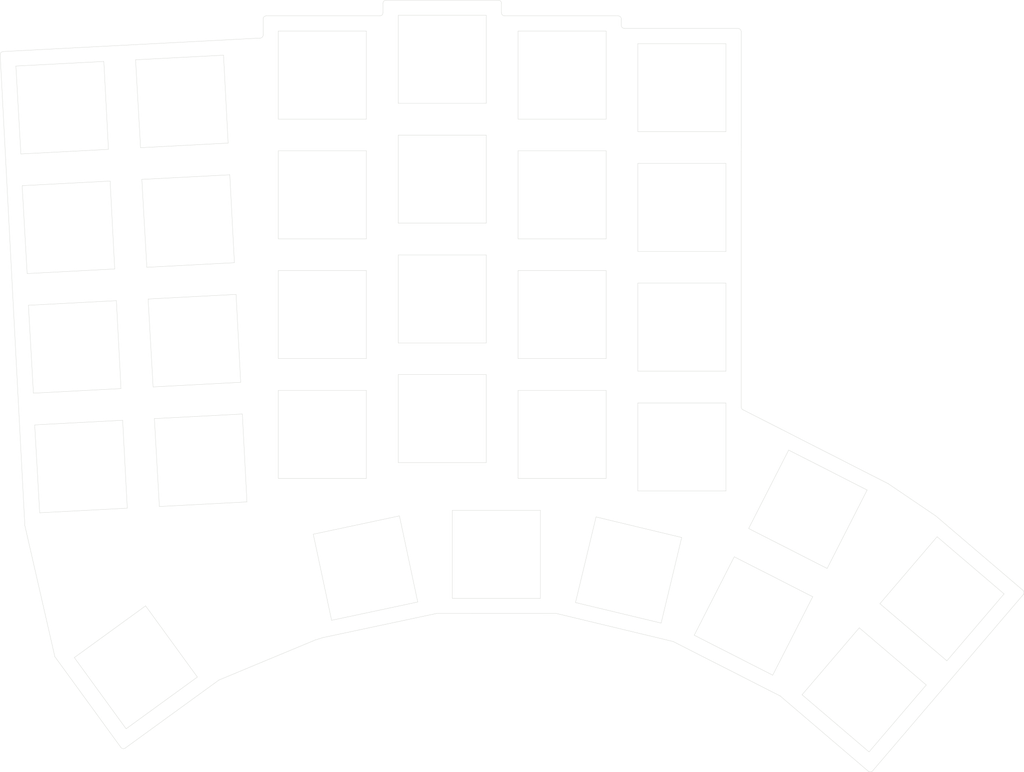
<source format=kicad_pcb>
(kicad_pcb (version 20211014) (generator pcbnew)
  (layers (0 "F.Cu" signal) (31 "B.Cu" signal) (34 "B.Paste" user) (35 "F.Paste" user) (36 "B.SilkS" user "B.Silkscreen") (37 "F.SilkS" user "F.Silkscreen") (38 "B.Mask" user) (39 "F.Mask" user) (44 "Edge.Cuts" user))
  (net 0 "")
  (footprint "used_footprints:M2_HOLE_PCB" (layer "F.Cu") (at 186.143412 123.632428 -13.5)
    (fp_text reference "HM14" hide)
    (fp_text value "CaseHole" hide)
    (pad "" np_thru_hole circle (at 0 0 346.5) (size 2.2 2.2) (drill 2.2) (layers *.Cu *.Mask))
  )
  (footprint "used_footprints:M2_HOLE_PCB" (layer "F.Cu") (at 163.773394 118.282406)
    (fp_text reference "HM4" hide)
    (fp_text value "CaseHole" hide)
    (pad "" np_thru_hole circle (at 0 0) (size 2.2 2.2) (drill 2.2) (layers *.Cu *.Mask))
  )
  (footprint "used_footprints:M2_HOLE_PCB" (layer "F.Cu") (at 93.216535 62.398222 3)
    (fp_text reference "HM8" hide)
    (fp_text value "CaseHole" hide)
    (pad "" np_thru_hole circle locked (at 0 0 3) (size 2.2 2.2) (drill 2.2) (layers *.Cu *.Mask))
  )
  (footprint "used_footprints:M2_HOLE_PCB" (layer "F.Cu") (at 94.241165 82.449868 3)
    (fp_text reference "HM8" hide)
    (fp_text value "CaseHole" hide)
    (pad "" np_thru_hole circle locked (at 0 0 3) (size 2.2 2.2) (drill 2.2) (layers *.Cu *.Mask))
  )
  (footprint "used_footprints:M2_HOLE_PCB" (layer "F.Cu") (at 97.089175 130.090961 3)
    (fp_text reference "HM6" hide)
    (fp_text value "CaseHole" hide)
    (pad "" np_thru_hole circle locked (at 0 0 3) (size 2.2 2.2) (drill 2.2) (layers *.Cu *.Mask))
  )
  (footprint "used_footprints:M2_HOLE_PCB" (layer "F.Cu") (at 141.00339 118.202402 -6)
    (fp_text reference "HM13" hide)
    (fp_text value "CaseHole" hide)
    (pad "" np_thru_hole circle locked (at 0 0 354) (size 2.2 2.2) (drill 2.2) (layers *.Cu *.Mask))
  )
  (footprint "used_footprints:M2_HOLE_PCB" (layer "F.Cu") (at 173.274332 59.696391 3)
    (fp_text reference "HM8" hide)
    (fp_text value "CaseHole" hide)
    (pad "" np_thru_hole circle locked (at 0 0 3) (size 2.2 2.2) (drill 2.2) (layers *.Cu *.Mask))
  )
  (footprint "used_footprints:M2_HOLE_PCB" (layer "F.Cu") (at 133.13433 57.696391 3)
    (fp_text reference "HM8" hide)
    (fp_text value "CaseHole" hide)
    (pad "" np_thru_hole circle locked (at 0 0 3) (size 2.2 2.2) (drill 2.2) (layers *.Cu *.Mask))
  )
  (footprint "used_footprints:M2_HOLE_PCB" (layer "F.Cu") (at 206.649858 134.05448 4.5)
    (fp_text reference "HM3" hide)
    (fp_text value "CaseHole" hide)
    (pad "" np_thru_hole circle (at 0 0 4.5) (size 2.2 2.2) (drill 2.2) (layers *.Cu *.Mask))
  )
  (footprint "used_footprints:M2_HOLE_PCB" (layer "F.Cu") (at 172.901491 79.783481 3)
    (fp_text reference "HM8" hide)
    (fp_text value "CaseHole" hide)
    (pad "" np_thru_hole circle locked (at 0 0 3) (size 2.2 2.2) (drill 2.2) (layers *.Cu *.Mask))
  )
  (footprint "used_footprints:M2_HOLE_PCB" (layer "F.Cu") (at 95.238136 101.473769 3)
    (fp_text reference "HM6" hide)
    (fp_text value "CaseHole" hide)
    (pad "" np_thru_hole circle locked (at 0 0 3) (size 2.2 2.2) (drill 2.2) (layers *.Cu *.Mask))
  )
  (footprint "used_footprints:M2_HOLE_PCB" (layer "F.Cu") (at 134.771499 75.273498 3)
    (fp_text reference "HM8" hide)
    (fp_text value "CaseHole" hide)
    (pad "" np_thru_hole circle locked (at 0 0 3) (size 2.2 2.2) (drill 2.2) (layers *.Cu *.Mask))
  )
  (gr_line (start 97.712255 98.793803) (end 96.918505 84.81299) (layer "Edge.Cuts") (width 0.05))
  (gr_line (start 190.682658 41.780949) (end 172.632664 41.780952) (layer "Edge.Cuts") (width 0.05))
  (gr_line (start 150.668724 53.695008) (end 136.668724 53.695008) (layer "Edge.Cuts") (width 0.05))
  (gr_line (start 90.61413 61.010297) (end 76.694364 61.743) (layer "Edge.Cuts") (width 0.05))
  (gr_line (start 77.32564 120.837949) (end 77.731123 122.606126) (layer "Edge.Cuts") (width 0.05))
  (gr_arc (start 153.582671 39.780954) (mid 153.229116 39.634508) (end 153.082667 39.280954) (layer "Edge.Cuts") (width 0.05))
  (gr_line (start 79.685337 118.814683) (end 78.891587 104.83387) (layer "Edge.Cuts") (width 0.05))
  (gr_line (start 126.082487 135.915652) (end 123.171723 122.221586) (layer "Edge.Cuts") (width 0.05))
  (gr_line (start 190.08271 125.814281) (end 202.556801 132.170148) (layer "Edge.Cuts") (width 0.05))
  (gr_line (start 152.582661 37.280953) (end 134.752665 37.280961) (layer "Edge.Cuts") (width 0.05))
  (gr_line (start 142.747118 134.831545) (end 124.725383 138.663363) (layer "Edge.Cuts") (width 0.05))
  (gr_arc (start 190.682661 41.780947) (mid 191.036218 41.927393) (end 191.182667 42.280949) (layer "Edge.Cuts") (width 0.05))
  (gr_arc (start 115.202662 42.820959) (mid 115.056217 43.174509) (end 114.702667 43.320954) (layer "Edge.Cuts") (width 0.05))
  (gr_line (start 110.42693 43.53948) (end 114.278615 43.334983) (layer "Edge.Cuts") (width 0.05))
  (gr_line (start 169.718752 113.344985) (end 155.718752 113.344985) (layer "Edge.Cuts") (width 0.05))
  (gr_line (start 174.768736 101.345006) (end 188.768736 101.345006) (layer "Edge.Cuts") (width 0.05))
  (gr_line (start 136.668736 72.745009) (end 136.668736 58.745009) (layer "Edge.Cuts") (width 0.05))
  (gr_line (start 136.668724 53.695008) (end 136.668724 39.695008) (layer "Edge.Cuts") (width 0.05))
  (gr_line (start 174.768745 63.244974) (end 188.768745 63.244974) (layer "Edge.Cuts") (width 0.05))
  (gr_line (start 134.252662 37.780952) (end 134.252668 39.280953) (layer "Edge.Cuts") (width 0.05))
  (gr_line (start 145.280077 118.419105) (end 159.280077 118.419105) (layer "Edge.Cuts") (width 0.05))
  (gr_line (start 114.702667 43.320954) (end 114.278615 43.334983) (layer "Edge.Cuts") (width 0.05))
  (gr_line (start 95.718243 60.746001) (end 94.924493 46.765188) (layer "Edge.Cuts") (width 0.05))
  (gr_line (start 131.618736 61.244999) (end 131.618736 75.244999) (layer "Edge.Cuts") (width 0.05))
  (gr_line (start 211.205328 115.196503) (end 204.849461 127.670594) (layer "Edge.Cuts") (width 0.05))
  (gr_line (start 169.718753 61.244992) (end 169.718753 75.244992) (layer "Edge.Cuts") (width 0.05))
  (gr_line (start 76.694364 61.743) (end 75.900614 47.762187) (layer "Edge.Cuts") (width 0.05))
  (gr_line (start 110.635022 79.037206) (end 96.715256 79.769909) (layer "Edge.Cuts") (width 0.05))
  (gr_line (start 169.718735 80.294975) (end 169.718735 94.294975) (layer "Edge.Cuts") (width 0.05))
  (gr_line (start 92.608116 99.058099) (end 78.68835 99.790802) (layer "Edge.Cuts") (width 0.05))
  (gr_line (start 98.709235 117.817699) (end 97.915485 103.836886) (layer "Edge.Cuts") (width 0.05))
  (gr_line (start 117.618736 61.244999) (end 131.618736 61.244999) (layer "Edge.Cuts") (width 0.05))
  (gr_line (start 136.668732 77.795012) (end 150.668732 77.795012) (layer "Edge.Cuts") (width 0.05))
  (gr_line (start 91.611112 80.034204) (end 77.691346 80.766907) (layer "Edge.Cuts") (width 0.05))
  (gr_line (start 222.123169 119.31604) (end 214.553247 114.186403) (layer "Edge.Cuts") (width 0.05))
  (gr_line (start 115.202664 42.82095) (end 115.202668 40.280952) (layer "Edge.Cuts") (width 0.05))
  (gr_line (start 232.974106 131.718401) (end 223.881833 142.364084) (layer "Edge.Cuts") (width 0.05))
  (gr_line (start 188.768736 44.195007) (end 188.768736 58.195007) (layer "Edge.Cuts") (width 0.05))
  (gr_line (start 150.668736 58.745009) (end 150.668736 72.745009) (layer "Edge.Cuts") (width 0.05))
  (gr_arc (start 212.084639 159.856195) (mid 211.743667 160.029934) (end 211.379712 159.911682) (layer "Edge.Cuts") (width 0.05))
  (gr_line (start 108.1668 145.420872) (end 93.285226 156.236988) (layer "Edge.Cuts") (width 0.05))
  (gr_line (start 131.618738 56.195002) (end 117.618738 56.195002) (layer "Edge.Cuts") (width 0.05))
  (gr_line (start 200.864201 147.757488) (end 211.509884 156.849761) (layer "Edge.Cuts") (width 0.05))
  (gr_line (start 155.718735 94.294975) (end 155.718735 80.294975) (layer "Edge.Cuts") (width 0.05))
  (gr_line (start 155.718735 80.294975) (end 169.718735 80.294975) (layer "Edge.Cuts") (width 0.05))
  (gr_line (start 82.096171 141.696937) (end 77.731123 122.606126) (layer "Edge.Cuts") (width 0.05))
  (gr_line (start 108.1668 145.420872) (end 123.522478 139.030164) (layer "Edge.Cuts") (width 0.05))
  (gr_line (start 220.602157 146.204078) (end 211.509884 156.849761) (layer "Edge.Cuts") (width 0.05))
  (gr_line (start 92.8724 104.101167) (end 93.605103 118.08198) (layer "Edge.Cuts") (width 0.05))
  (gr_line (start 76.897596 66.786094) (end 90.878409 66.053391) (layer "Edge.Cuts") (width 0.05))
  (gr_line (start 198.731237 108.840636) (end 211.205328 115.196503) (layer "Edge.Cuts") (width 0.05))
  (gr_line (start 169.718735 94.294975) (end 155.718735 94.294975) (layer "Edge.Cuts") (width 0.05))
  (gr_line (start 109.638009 60.013298) (end 95.718243 60.746001) (layer "Edge.Cuts") (width 0.05))
  (gr_line (start 188.768759 96.295002) (end 174.768759 96.295002) (layer "Edge.Cuts") (width 0.05))
  (gr_line (start 117.618754 99.344997) (end 131.618754 99.344997) (layer "Edge.Cuts") (width 0.05))
  (gr_line (start 136.668736 58.745009) (end 150.668736 58.745009) (layer "Edge.Cuts") (width 0.05))
  (gr_arc (start 134.252655 39.280943) (mid 134.106216 39.634497) (end 133.752668 39.78095) (layer "Edge.Cuts") (width 0.05))
  (gr_line (start 131.618754 113.344997) (end 117.618754 113.344997) (layer "Edge.Cuts") (width 0.05))
  (gr_line (start 78.68835 99.790802) (end 77.8946 85.809989) (layer "Edge.Cuts") (width 0.05))
  (gr_line (start 150.66875 110.8375) (end 136.66875 110.8375) (layer "Edge.Cuts") (width 0.05))
  (gr_line (start 153.082667 39.280954) (end 153.082661 37.780948) (layer "Edge.Cuts") (width 0.05))
  (gr_line (start 169.718752 99.344985) (end 169.718752 113.344985) (layer "Edge.Cuts") (width 0.05))
  (gr_line (start 178.463953 136.359392) (end 181.732188 122.746213) (layer "Edge.Cuts") (width 0.05))
  (gr_line (start 111.632021 98.0611) (end 97.712255 98.793803) (layer "Edge.Cuts") (width 0.05))
  (gr_arc (start 73.402526 45.98047) (mid 73.530263 45.619735) (end 73.875665 45.454981) (layer "Edge.Cuts") (width 0.05))
  (gr_arc (start 134.252672 37.780956) (mid 134.399116 37.427407) (end 134.752665 37.280961) (layer "Edge.Cuts") (width 0.05))
  (gr_line (start 169.71876 56.19497) (end 155.71876 56.19497) (layer "Edge.Cuts") (width 0.05))
  (gr_line (start 73.875665 45.454981) (end 110.42693 43.53948) (layer "Edge.Cuts") (width 0.05))
  (gr_line (start 174.768736 115.345006) (end 174.768736 101.345006) (layer "Edge.Cuts") (width 0.05))
  (gr_line (start 192.37537 121.314727) (end 198.731237 108.840636) (layer "Edge.Cuts") (width 0.05))
  (gr_line (start 159.280077 118.419105) (end 159.280077 132.419105) (layer "Edge.Cuts") (width 0.05))
  (gr_line (start 209.956474 137.111805) (end 200.864201 147.757488) (layer "Edge.Cuts") (width 0.05))
  (gr_line (start 188.768736 115.345006) (end 174.768736 115.345006) (layer "Edge.Cuts") (width 0.05))
  (gr_arc (start 235.960234 131.134365) (mid 236.133964 131.475344) (end 236.015701 131.839298) (layer "Edge.Cuts") (width 0.05))
  (gr_line (start 117.618746 80.295004) (end 131.618746 80.295004) (layer "Edge.Cuts") (width 0.05))
  (gr_line (start 89.881427 47.029484) (end 90.61413 61.010297) (layer "Edge.Cuts") (width 0.05))
  (gr_line (start 188.768736 101.345006) (end 188.768736 115.345006) (layer "Edge.Cuts") (width 0.05))
  (gr_line (start 74.316061 63.411842) (end 76.40859 103.433815) (layer "Edge.Cuts") (width 0.05))
  (gr_line (start 91.875413 85.077286) (end 92.608116 99.058099) (layer "Edge.Cuts") (width 0.05))
  (gr_line (start 159.280077 132.419105) (end 145.280077 132.419105) (layer "Edge.Cuts") (width 0.05))
  (gr_line (start 123.171723 122.221586) (end 136.865789 119.310822) (layer "Edge.Cuts") (width 0.05))
  (gr_line (start 183.726843 138.288372) (end 190.08271 125.814281) (layer "Edge.Cuts") (width 0.05))
  (gr_line (start 117.618738 42.195002) (end 131.618738 42.195002) (layer "Edge.Cuts") (width 0.05))
  (gr_line (start 174.768745 77.244974) (end 174.768745 63.244974) (layer "Edge.Cuts") (width 0.05))
  (gr_line (start 222.328423 122.626128) (end 232.974106 131.718401) (layer "Edge.Cuts") (width 0.05))
  (gr_line (start 155.718753 61.244992) (end 169.718753 61.244992) (layer "Edge.Cuts") (width 0.05))
  (gr_line (start 188.768759 82.295002) (end 188.768759 96.295002) (layer "Edge.Cuts") (width 0.05))
  (gr_arc (start 152.582657 37.280953) (mid 152.936214 37.427396) (end 153.082665 37.780949) (layer "Edge.Cuts") (width 0.05))
  (gr_line (start 197.376943 147.945687) (end 211.379712 159.911682) (layer "Edge.Cuts") (width 0.05))
  (gr_line (start 161.805259 134.827477) (end 142.747118 134.831545) (layer "Edge.Cuts") (width 0.05))
  (gr_line (start 117.618746 94.295004) (end 117.618746 80.295004) (layer "Edge.Cuts") (width 0.05))
  (gr_line (start 174.768759 82.295002) (end 188.768759 82.295002) (layer "Edge.Cuts") (width 0.05))
  (gr_line (start 168.119009 119.477978) (end 164.850774 133.091157) (layer "Edge.Cuts") (width 0.05))
  (gr_line (start 136.668732 91.795012) (end 136.668732 77.795012) (layer "Edge.Cuts") (width 0.05))
  (gr_line (start 188.768745 63.244974) (end 188.768745 77.244974) (layer "Edge.Cuts") (width 0.05))
  (gr_line (start 191.183055 60.331028) (end 191.178773 61.318246) (layer "Edge.Cuts") (width 0.05))
  (gr_line (start 169.718753 75.244992) (end 155.718753 75.244992) (layer "Edge.Cuts") (width 0.05))
  (gr_line (start 93.420823 153.171675) (end 85.191829 141.845437) (layer "Edge.Cuts") (width 0.05))
  (gr_line (start 109.902319 65.056393) (end 110.635022 79.037206) (layer "Edge.Cuts") (width 0.05))
  (gr_line (start 96.518067 133.616443) (end 104.747061 144.942681) (layer "Edge.Cuts") (width 0.05))
  (gr_line (start 94.924493 46.765188) (end 108.905306 46.032485) (layer "Edge.Cuts") (width 0.05))
  (gr_line (start 150.668732 91.795012) (end 136.668732 91.795012) (layer "Edge.Cuts") (width 0.05))
  (gr_line (start 123.522478 139.030164) (end 124.725383 138.663363) (layer "Edge.Cuts") (width 0.05))
  (gr_line (start 150.668724 39.695008) (end 150.668724 53.695008) (layer "Edge.Cuts") (width 0.05))
  (gr_line (start 188.768736 58.195007) (end 174.768736 58.195007) (layer "Edge.Cuts") (width 0.05))
  (gr_line (start 96.918505 84.81299) (end 110.899318 84.080287) (layer "Edge.Cuts") (width 0.05))
  (gr_line (start 108.905306 46.032485) (end 109.638009 60.013298) (layer "Edge.Cuts") (width 0.05))
  (gr_line (start 150.668732 77.795012) (end 150.668732 91.795012) (layer "Edge.Cuts") (width 0.05))
  (gr_line (start 77.8946 85.809989) (end 91.875413 85.077286) (layer "Edge.Cuts") (width 0.05))
  (gr_line (start 196.200934 144.644239) (end 183.726843 138.288372) (layer "Edge.Cuts") (width 0.05))
  (gr_line (start 139.776553 133.004888) (end 126.082487 135.915652) (layer "Edge.Cuts") (width 0.05))
  (gr_arc (start 191.420068 102.399852) (mid 191.243255 102.217595) (end 191.178772 101.971989) (layer "Edge.Cuts") (width 0.05))
  (gr_line (start 104.747061 144.942681) (end 93.420823 153.171675) (layer "Edge.Cuts") (width 0.05))
  (gr_line (start 180.36757 139.288254) (end 197.376943 147.945687) (layer "Edge.Cuts") (width 0.05))
  (gr_line (start 90.878409 66.053391) (end 91.611112 80.034204) (layer "Edge.Cuts") (width 0.05))
  (gr_line (start 222.123169 119.31604) (end 235.960226 131.134365) (layer "Edge.Cuts") (width 0.05))
  (gr_arc (start 115.202663 40.280955) (mid 115.349111 39.927399) (end 115.702667 39.780951) (layer "Edge.Cuts") (width 0.05))
  (gr_arc (start 171.632659 39.780952) (mid 171.986214 39.9274) (end 172.13266 40.280955) (layer "Edge.Cuts") (width 0.05))
  (gr_line (start 131.618746 80.295004) (end 131.618746 94.295004) (layer "Edge.Cuts") (width 0.05))
  (gr_line (start 110.899318 84.080287) (end 111.632021 98.0611) (layer "Edge.Cuts") (width 0.05))
  (gr_line (start 155.71876 42.19497) (end 169.71876 42.19497) (layer "Edge.Cuts") (width 0.05))
  (gr_line (start 155.718753 75.244992) (end 155.718753 61.244992) (layer "Edge.Cuts") (width 0.05))
  (gr_line (start 174.768759 96.295002) (end 174.768759 82.295002) (layer "Edge.Cuts") (width 0.05))
  (gr_line (start 169.71876 42.19497) (end 169.71876 56.19497) (layer "Edge.Cuts") (width 0.05))
  (gr_line (start 136.66875 110.8375) (end 136.66875 96.8375) (layer "Edge.Cuts") (width 0.05))
  (gr_line (start 155.718752 113.344985) (end 155.718752 99.344985) (layer "Edge.Cuts") (width 0.05))
  (gr_line (start 96.715256 79.769909) (end 95.921506 65.789096) (layer "Edge.Cuts") (width 0.05))
  (gr_line (start 76.40859 103.433815) (end 77.32564 120.837949) (layer "Edge.Cuts") (width 0.05))
  (gr_line (start 213.23615 133.271811) (end 223.881833 142.364084) (layer "Edge.Cuts") (width 0.05))
  (gr_line (start 150.668736 72.745009) (end 136.668736 72.745009) (layer "Edge.Cuts") (width 0.05))
  (gr_line (start 115.702667 39.780951) (end 133.752668 39.78095) (layer "Edge.Cuts") (width 0.05))
  (gr_line (start 92.586823 156.126366) (end 82.096171 141.696937) (layer "Edge.Cuts") (width 0.05))
  (gr_line (start 188.768745 77.244974) (end 174.768745 77.244974) (layer "Edge.Cuts") (width 0.05))
  (gr_line (start 136.66875 96.8375) (end 150.66875 96.8375) (layer "Edge.Cuts") (width 0.05))
  (gr_line (start 131.618754 99.344997) (end 131.618754 113.344997) (layer "Edge.Cuts") (width 0.05))
  (gr_line (start 117.618754 113.344997) (end 117.618754 99.344997) (layer "Edge.Cuts") (width 0.05))
  (gr_line (start 181.732188 122.746213) (end 168.119009 119.477978) (layer "Edge.Cuts") (width 0.05))
  (gr_line (start 145.280077 132.419105) (end 145.280077 118.419105) (layer "Edge.Cuts") (width 0.05))
  (gr_line (start 191.178772 101.971989) (end 191.178773 61.318246) (layer "Edge.Cuts") (width 0.05))
  (gr_line (start 209.956474 137.111805) (end 220.602157 146.204078) (layer "Edge.Cuts") (width 0.05))
  (gr_line (start 172.132663 41.280951) (end 172.13266 40.280955) (layer "Edge.Cuts") (width 0.05))
  (gr_arc (start 93.285221 156.236986) (mid 92.913112 156.326319) (end 92.586823 156.126366) (layer "Edge.Cuts") (width 0.05))
  (gr_line (start 93.605103 118.08198) (end 79.685337 118.814683) (layer "Edge.Cuts") (width 0.05))
  (gr_line (start 131.618736 75.244999) (end 117.618736 75.244999) (layer "Edge.Cuts") (width 0.05))
  (gr_line (start 97.915485 103.836886) (end 111.896298 103.104183) (layer "Edge.Cuts") (width 0.05))
  (gr_line (start 85.191829 141.845437) (end 96.518067 133.616443) (layer "Edge.Cuts") (width 0.05))
  (gr_line (start 197.579576 105.537886) (end 214.553247 114.186403) (layer "Edge.Cuts") (width 0.05))
  (gr_line (start 117.618738 56.195002) (end 117.618738 42.195002) (layer "Edge.Cuts") (width 0.05))
  (gr_line (start 236.015701 131.839298) (end 212.084639 159.856202) (layer "Edge.Cuts") (width 0.05))
  (gr_line (start 111.896298 103.104183) (end 112.629001 117.084996) (layer "Edge.Cuts") (width 0.05))
  (gr_line (start 95.921506 65.789096) (end 109.902319 65.056393) (layer "Edge.Cuts") (width 0.05))
  (gr_line (start 191.183055 60.331028) (end 191.182667 42.280949) (layer "Edge.Cuts") (width 0.05))
  (gr_line (start 155.718752 99.344985) (end 169.718752 99.344985) (layer "Edge.Cuts") (width 0.05))
  (gr_line (start 112.629001 117.084996) (end 98.709235 117.817699) (layer "Edge.Cuts") (width 0.05))
  (gr_line (start 174.768736 44.195007) (end 188.768736 44.195007) (layer "Edge.Cuts") (width 0.05))
  (gr_line (start 171.632662 39.780947) (end 153.58266 39.780951) (layer "Edge.Cuts") (width 0.05))
  (gr_line (start 155.71876 56.19497) (end 155.71876 42.19497) (layer "Edge.Cuts") (width 0.05))
  (gr_line (start 161.805259 134.827477) (end 180.36757 139.288254) (layer "Edge.Cuts") (width 0.05))
  (gr_line (start 77.691346 80.766907) (end 76.897596 66.786094) (layer "Edge.Cuts") (width 0.05))
  (gr_line (start 131.618746 94.295004) (end 117.618746 94.295004) (layer "Edge.Cuts") (width 0.05))
  (gr_line (start 174.768736 58.195007) (end 174.768736 44.195007) (layer "Edge.Cuts") (width 0.05))
  (gr_line (start 117.618736 75.244999) (end 117.618736 61.244999) (layer "Edge.Cuts") (width 0.05))
  (gr_line (start 222.328423 122.626128) (end 213.23615 133.271811) (layer "Edge.Cuts") (width 0.05))
  (gr_line (start 131.618738 42.195002) (end 131.618738 56.195002) (layer "Edge.Cuts") (width 0.05))
  (gr_line (start 191.420064 102.399847) (end 197.579576 105.537886) (layer "Edge.Cuts") (width 0.05))
  (gr_line (start 202.556801 132.170148) (end 196.200934 144.644239) (layer "Edge.Cuts") (width 0.05))
  (gr_line (start 136.668724 39.695008) (end 150.668724 39.695008) (layer "Edge.Cuts") (width 0.05))
  (gr_line (start 136.865789 119.310822) (end 139.776553 133.004888) (layer "Edge.Cuts") (width 0.05))
  (gr_arc (start 172.632658 41.780946) (mid 172.279108 41.634501) (end 172.132663 41.280951) (layer "Edge.Cuts") (width 0.05))
  (gr_line (start 78.891587 104.83387) (end 92.8724 104.101167) (layer "Edge.Cuts") (width 0.05))
  (gr_line (start 164.850774 133.091157) (end 178.463953 136.359392) (layer "Edge.Cuts") (width 0.05))
  (gr_line (start 74.316061 63.411842) (end 73.402526 45.98047) (layer "Edge.Cuts") (width 0.05))
  (gr_line (start 204.849461 127.670594) (end 192.37537 121.314727) (layer "Edge.Cuts") (width 0.05))
  (gr_line (start 75.900614 47.762187) (end 89.881427 47.029484) (layer "Edge.Cuts") (width 0.05))
  (gr_line (start 150.66875 96.8375) (end 150.66875 110.8375) (layer "Edge.Cuts") (width 0.05))
)
</source>
